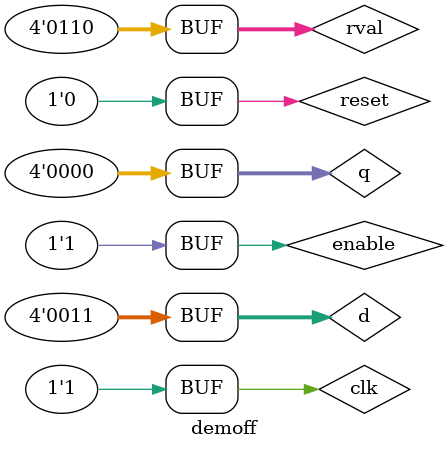
<source format=sv>
module demoff();
logic [3:0] d, rval, q;
logic clk, reset, enable;
flipR rar(clk,reset,enable,d,rval,q);
initial begin
    #20; reset=0; rval=6;q=0; d=0;
    #10; clk=0;q=0;  
    #10; reset=1;
    #10; reset=0;
    #10 enable=1; d=3;
    #10 clk=1;

end

endmodule
</source>
